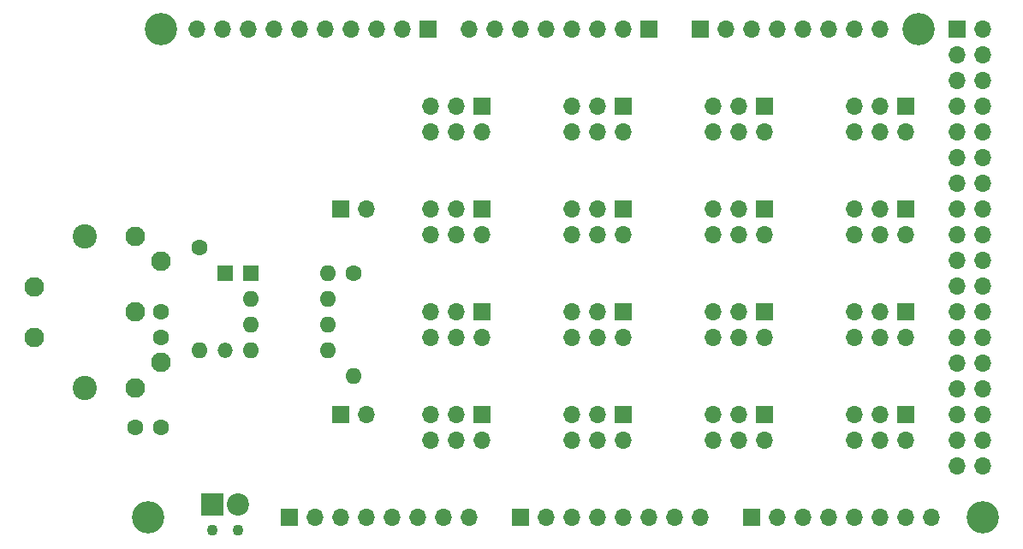
<source format=gbr>
%TF.GenerationSoftware,KiCad,Pcbnew,(6.0.5)*%
%TF.CreationDate,2023-01-19T15:03:14-05:00*%
%TF.ProjectId,floppy_mega,666c6f70-7079-45f6-9d65-67612e6b6963,rev?*%
%TF.SameCoordinates,Original*%
%TF.FileFunction,Soldermask,Bot*%
%TF.FilePolarity,Negative*%
%FSLAX46Y46*%
G04 Gerber Fmt 4.6, Leading zero omitted, Abs format (unit mm)*
G04 Created by KiCad (PCBNEW (6.0.5)) date 2023-01-19 15:03:14*
%MOMM*%
%LPD*%
G01*
G04 APERTURE LIST*
%ADD10R,1.700000X1.700000*%
%ADD11O,1.700000X1.700000*%
%ADD12C,1.600000*%
%ADD13O,1.600000X1.600000*%
%ADD14C,3.200000*%
%ADD15C,2.400000*%
%ADD16C,1.950000*%
%ADD17C,1.100000*%
%ADD18R,2.200000X2.200000*%
%ADD19C,2.200000*%
%ADD20R,1.600000X1.600000*%
%ADD21R,1.500000X1.500000*%
%ADD22O,1.500000X1.500000*%
G04 APERTURE END LIST*
D10*
%TO.C,J4*%
X197358000Y-70866000D03*
D11*
X199898000Y-70866000D03*
X197358000Y-73406000D03*
X199898000Y-73406000D03*
X197358000Y-75946000D03*
X199898000Y-75946000D03*
X197358000Y-78486000D03*
X199898000Y-78486000D03*
X197358000Y-81026000D03*
X199898000Y-81026000D03*
X197358000Y-83566000D03*
X199898000Y-83566000D03*
X197358000Y-86106000D03*
X199898000Y-86106000D03*
X197358000Y-88646000D03*
X199898000Y-88646000D03*
X197358000Y-91186000D03*
X199898000Y-91186000D03*
X197358000Y-93726000D03*
X199898000Y-93726000D03*
X197358000Y-96266000D03*
X199898000Y-96266000D03*
X197358000Y-98806000D03*
X199898000Y-98806000D03*
X197358000Y-101346000D03*
X199898000Y-101346000D03*
X197358000Y-103886000D03*
X199898000Y-103886000D03*
X197358000Y-106426000D03*
X199898000Y-106426000D03*
X197358000Y-108966000D03*
X199898000Y-108966000D03*
X197358000Y-111506000D03*
X199898000Y-111506000D03*
X197358000Y-114046000D03*
X199898000Y-114046000D03*
%TD*%
D10*
%TO.C,J1*%
X131318000Y-119126000D03*
D11*
X133858000Y-119126000D03*
X136398000Y-119126000D03*
X138938000Y-119126000D03*
X141478000Y-119126000D03*
X144018000Y-119126000D03*
X146558000Y-119126000D03*
X149098000Y-119126000D03*
%TD*%
D10*
%TO.C,J2*%
X154178000Y-119126000D03*
D11*
X156718000Y-119126000D03*
X159258000Y-119126000D03*
X161798000Y-119126000D03*
X164338000Y-119126000D03*
X166878000Y-119126000D03*
X169418000Y-119126000D03*
X171958000Y-119126000D03*
%TD*%
D10*
%TO.C,J3*%
X177038000Y-119126000D03*
D11*
X179578000Y-119126000D03*
X182118000Y-119126000D03*
X184658000Y-119126000D03*
X187198000Y-119126000D03*
X189738000Y-119126000D03*
X192278000Y-119126000D03*
X194818000Y-119126000D03*
%TD*%
D10*
%TO.C,J7*%
X145034000Y-70866000D03*
D11*
X142494000Y-70866000D03*
X139954000Y-70866000D03*
X137414000Y-70866000D03*
X134874000Y-70866000D03*
X132334000Y-70866000D03*
X129794000Y-70866000D03*
X127254000Y-70866000D03*
X124714000Y-70866000D03*
X122174000Y-70866000D03*
%TD*%
D10*
%TO.C,J6*%
X166878000Y-70866000D03*
D11*
X164338000Y-70866000D03*
X161798000Y-70866000D03*
X159258000Y-70866000D03*
X156718000Y-70866000D03*
X154178000Y-70866000D03*
X151638000Y-70866000D03*
X149098000Y-70866000D03*
%TD*%
D10*
%TO.C,J5*%
X171958000Y-70866000D03*
D11*
X174498000Y-70866000D03*
X177038000Y-70866000D03*
X179578000Y-70866000D03*
X182118000Y-70866000D03*
X184658000Y-70866000D03*
X187198000Y-70866000D03*
X189738000Y-70866000D03*
%TD*%
D10*
%TO.C,J10*%
X136398000Y-108966000D03*
D11*
X138938000Y-108966000D03*
%TD*%
D12*
%TO.C,R1*%
X122428000Y-92456000D03*
D13*
X122428000Y-102616000D03*
%TD*%
D10*
%TO.C,F4*%
X150368000Y-108966000D03*
D11*
X150368000Y-111506000D03*
X147828000Y-108966000D03*
X147828000Y-111506000D03*
X145288000Y-108966000D03*
X145288000Y-111506000D03*
%TD*%
D10*
%TO.C,F16*%
X192278000Y-108966000D03*
D11*
X192278000Y-111506000D03*
X189738000Y-108966000D03*
X189738000Y-111506000D03*
X187198000Y-108966000D03*
X187198000Y-111506000D03*
%TD*%
D10*
%TO.C,F5*%
X164338000Y-78486000D03*
D11*
X164338000Y-81026000D03*
X161798000Y-78486000D03*
X161798000Y-81026000D03*
X159258000Y-78486000D03*
X159258000Y-81026000D03*
%TD*%
D14*
%TO.C,H3*%
X199898000Y-119126000D03*
%TD*%
D10*
%TO.C,F8*%
X164338000Y-108966000D03*
D11*
X164338000Y-111506000D03*
X161798000Y-108966000D03*
X161798000Y-111506000D03*
X159258000Y-108966000D03*
X159258000Y-111506000D03*
%TD*%
D10*
%TO.C,F9*%
X178308000Y-78486000D03*
D11*
X178308000Y-81026000D03*
X175768000Y-78486000D03*
X175768000Y-81026000D03*
X173228000Y-78486000D03*
X173228000Y-81026000D03*
%TD*%
D12*
%TO.C,C1*%
X116078000Y-110236000D03*
X118578000Y-110236000D03*
%TD*%
%TO.C,R2*%
X137668000Y-94996000D03*
D13*
X137668000Y-105156000D03*
%TD*%
D10*
%TO.C,F15*%
X192278000Y-98806000D03*
D11*
X192278000Y-101346000D03*
X189738000Y-98806000D03*
X189738000Y-101346000D03*
X187198000Y-98806000D03*
X187198000Y-101346000D03*
%TD*%
D15*
%TO.C,J8*%
X111078000Y-106306000D03*
X111078000Y-91306000D03*
D16*
X116078000Y-106306000D03*
X116078000Y-98806000D03*
X116078000Y-91306000D03*
X118578000Y-103806000D03*
X118578000Y-93806000D03*
X106078000Y-96306000D03*
X106078000Y-101306000D03*
%TD*%
D10*
%TO.C,F11*%
X178308000Y-98806000D03*
D11*
X178308000Y-101346000D03*
X175768000Y-98806000D03*
X175768000Y-101346000D03*
X173228000Y-98806000D03*
X173228000Y-101346000D03*
%TD*%
D10*
%TO.C,F7*%
X164338000Y-98806000D03*
D11*
X164338000Y-101346000D03*
X161798000Y-98806000D03*
X161798000Y-101346000D03*
X159258000Y-98806000D03*
X159258000Y-101346000D03*
%TD*%
D10*
%TO.C,F6*%
X164338000Y-88646000D03*
D11*
X164338000Y-91186000D03*
X161798000Y-88646000D03*
X161798000Y-91186000D03*
X159258000Y-88646000D03*
X159258000Y-91186000D03*
%TD*%
D10*
%TO.C,F14*%
X192278000Y-88646000D03*
D11*
X192278000Y-91186000D03*
X189738000Y-88646000D03*
X189738000Y-91186000D03*
X187198000Y-88646000D03*
X187198000Y-91186000D03*
%TD*%
D10*
%TO.C,J11*%
X136398000Y-88646000D03*
D11*
X138938000Y-88646000D03*
%TD*%
D10*
%TO.C,F1*%
X150368000Y-78486000D03*
D11*
X150368000Y-81026000D03*
X147828000Y-78486000D03*
X147828000Y-81026000D03*
X145288000Y-78486000D03*
X145288000Y-81026000D03*
%TD*%
D14*
%TO.C,H2*%
X193548000Y-70866000D03*
%TD*%
%TO.C,H1*%
X118618000Y-70866000D03*
%TD*%
D10*
%TO.C,F3*%
X150368000Y-98806000D03*
D11*
X150368000Y-101346000D03*
X147828000Y-98806000D03*
X147828000Y-101346000D03*
X145288000Y-98806000D03*
X145288000Y-101346000D03*
%TD*%
D17*
%TO.C,J9*%
X123698000Y-120396000D03*
X126238000Y-120396000D03*
D18*
X123698000Y-117856000D03*
D19*
X126238000Y-117856000D03*
%TD*%
D10*
%TO.C,F13*%
X192278000Y-78486000D03*
D11*
X192278000Y-81026000D03*
X189738000Y-78486000D03*
X189738000Y-81026000D03*
X187198000Y-78486000D03*
X187198000Y-81026000D03*
%TD*%
D20*
%TO.C,U1*%
X127508000Y-94996000D03*
D13*
X127508000Y-97536000D03*
X127508000Y-100076000D03*
X127508000Y-102616000D03*
X135128000Y-102616000D03*
X135128000Y-100076000D03*
X135128000Y-97536000D03*
X135128000Y-94996000D03*
%TD*%
D21*
%TO.C,D1*%
X124968000Y-94991000D03*
D22*
X124968000Y-102611000D03*
%TD*%
D12*
%TO.C,C2*%
X118618000Y-98806000D03*
X118618000Y-101306000D03*
%TD*%
D14*
%TO.C,H4*%
X117348000Y-119126000D03*
%TD*%
D10*
%TO.C,F10*%
X178308000Y-88646000D03*
D11*
X178308000Y-91186000D03*
X175768000Y-88646000D03*
X175768000Y-91186000D03*
X173228000Y-88646000D03*
X173228000Y-91186000D03*
%TD*%
D10*
%TO.C,F12*%
X178308000Y-108966000D03*
D11*
X178308000Y-111506000D03*
X175768000Y-108966000D03*
X175768000Y-111506000D03*
X173228000Y-108966000D03*
X173228000Y-111506000D03*
%TD*%
D10*
%TO.C,F2*%
X150368000Y-88646000D03*
D11*
X150368000Y-91186000D03*
X147828000Y-88646000D03*
X147828000Y-91186000D03*
X145288000Y-88646000D03*
X145288000Y-91186000D03*
%TD*%
M02*

</source>
